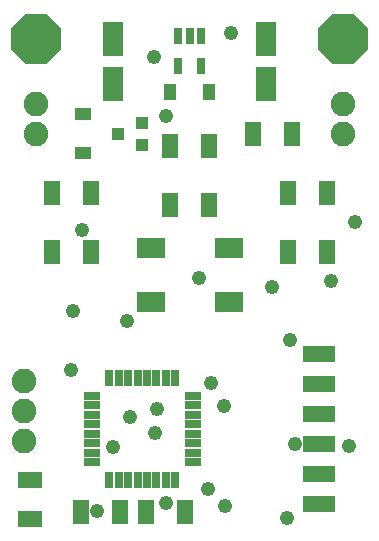
<source format=gts>
G75*
%MOIN*%
%OFA0B0*%
%FSLAX25Y25*%
%IPPOS*%
%LPD*%
%AMOC8*
5,1,8,0,0,1.08239X$1,22.5*
%
%ADD10R,0.05800X0.08300*%
%ADD11R,0.04300X0.03900*%
%ADD12C,0.08200*%
%ADD13R,0.10800X0.05800*%
%ADD14R,0.09800X0.06800*%
%ADD15R,0.05800X0.03000*%
%ADD16R,0.03000X0.05800*%
%ADD17R,0.02965X0.05524*%
%ADD18R,0.07099X0.11800*%
%ADD19R,0.04383X0.05603*%
%ADD20R,0.08300X0.05800*%
%ADD21R,0.05603X0.04383*%
%ADD22C,0.04800*%
%ADD23C,0.04762*%
%ADD24OC8,0.16611*%
D10*
X0039923Y0012000D03*
X0052923Y0012000D03*
X0061576Y0012000D03*
X0074576Y0012000D03*
X0043080Y0098614D03*
X0030080Y0098614D03*
X0030080Y0118299D03*
X0043080Y0118299D03*
X0069450Y0114362D03*
X0082450Y0114362D03*
X0082450Y0134047D03*
X0069450Y0134047D03*
X0097009Y0137984D03*
X0110009Y0137984D03*
X0108820Y0118299D03*
X0121820Y0118299D03*
X0121820Y0098614D03*
X0108820Y0098614D03*
D11*
X0060265Y0134084D03*
X0060265Y0141684D03*
X0052265Y0137884D03*
D12*
X0024769Y0137984D03*
X0024769Y0147984D03*
X0020832Y0055622D03*
X0020832Y0045622D03*
X0020832Y0035622D03*
X0127131Y0137984D03*
X0127131Y0147984D03*
D13*
X0119257Y0064559D03*
X0119257Y0054559D03*
X0119257Y0044559D03*
X0119257Y0034559D03*
X0119257Y0024559D03*
X0119257Y0014559D03*
D14*
X0088950Y0081740D03*
X0088950Y0099740D03*
X0062950Y0099740D03*
X0062950Y0081740D03*
D15*
X0077102Y0050583D03*
X0077102Y0047433D03*
X0077102Y0044283D03*
X0077102Y0041134D03*
X0077102Y0037984D03*
X0077102Y0034835D03*
X0077102Y0031685D03*
X0077102Y0028535D03*
X0043302Y0028535D03*
X0043302Y0031685D03*
X0043302Y0034835D03*
X0043302Y0037984D03*
X0043302Y0041134D03*
X0043302Y0044283D03*
X0043302Y0047433D03*
X0043302Y0050583D03*
D16*
X0049178Y0056459D03*
X0052328Y0056459D03*
X0055478Y0056459D03*
X0058627Y0056459D03*
X0061777Y0056459D03*
X0064926Y0056459D03*
X0068076Y0056459D03*
X0071226Y0056459D03*
X0071226Y0022659D03*
X0068076Y0022659D03*
X0064926Y0022659D03*
X0061777Y0022659D03*
X0058627Y0022659D03*
X0055478Y0022659D03*
X0052328Y0022659D03*
X0049178Y0022659D03*
D17*
X0072210Y0160425D03*
X0079690Y0160425D03*
X0079690Y0170661D03*
X0075950Y0170661D03*
X0072210Y0170661D03*
D18*
X0050360Y0169480D03*
X0050360Y0154543D03*
X0101541Y0154543D03*
X0101541Y0169480D03*
D19*
X0082397Y0151764D03*
X0069503Y0151764D03*
D20*
X0022800Y0009437D03*
X0022800Y0022437D03*
D21*
X0040517Y0131537D03*
X0040517Y0144431D03*
D22*
X0064139Y0163575D03*
X0068076Y0143890D03*
X0039958Y0105826D03*
X0037258Y0078826D03*
X0036580Y0059244D03*
X0055258Y0075563D03*
X0079221Y0089906D03*
X0103509Y0086803D03*
X0109415Y0069087D03*
X0123194Y0088772D03*
X0087489Y0047326D03*
X0083158Y0054863D03*
X0065158Y0046257D03*
X0064426Y0038157D03*
X0056265Y0043496D03*
X0050360Y0033654D03*
X0045189Y0012226D03*
X0068076Y0014757D03*
X0082089Y0019594D03*
X0087658Y0014026D03*
X0108352Y0010031D03*
X0111058Y0034726D03*
X0129226Y0033994D03*
D23*
X0131068Y0108457D03*
X0089730Y0171449D03*
D24*
X0127131Y0169480D03*
X0024769Y0169480D03*
M02*

</source>
